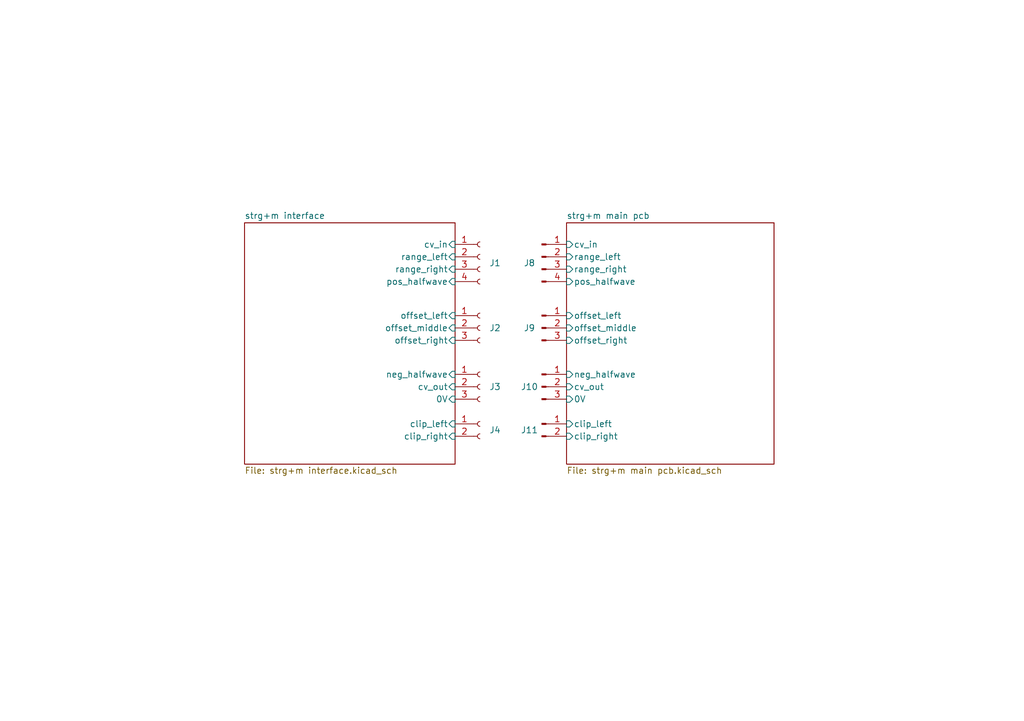
<source format=kicad_sch>
(kicad_sch (version 20211123) (generator eeschema)
  (paper "A5")
  (title_block (title "strg+m") (date "2022-02-22") (rev "0.0.2") (company "CV modifying Eurorack module") (comment 1 "Offset, Range and Clipping"))
  (lib_symbols
    (symbol "Connector:Conn_01x02_Female" (pin_names (offset 1.016) hide)
      (property "Reference" "J" (at 0 2.54 0))
      (property "Value" "Conn_01x02_Female" (at 0 -5.08 0))
      (symbol "Conn_01x02_Female_1_1"
        (arc (start 0 -2.032) (mid -0.508 -2.54) (end 0 -3.048) (stroke (width 0.1524)))
        (polyline (pts (xy -1.27 -2.54) (xy -0.508 -2.54)) (stroke (width 0.1524)))
        (polyline (pts (xy -1.27 0) (xy -0.508 0)) (stroke (width 0.1524)))
        (arc (start 0 0.508) (mid -0.508 0) (end 0 -0.508) (stroke (width 0.1524)))
        (pin passive line (at -5.08 0 0) (length 3.81) (name "Pin_1") (number "1"))
        (pin passive line (at -5.08 -2.54 0) (length 3.81) (name "Pin_2") (number "2"))
      )
    )
    (symbol "Connector:Conn_01x02_Male" (pin_names (offset 1.016) hide)
      (property "Reference" "J" (at 0 2.54 0))
      (property "Value" "Conn_01x02_Male" (at 0 -5.08 0))
      (symbol "Conn_01x02_Male_1_1"
        (polyline (pts (xy 1.27 -2.54) (xy 0.8636 -2.54)) (stroke (width 0.1524)))
        (polyline (pts (xy 1.27 0) (xy 0.8636 0)) (stroke (width 0.1524)))
        (rectangle (start 0.8636 -2.413) (end 0 -2.667) (stroke (width 0.1524)) (fill (type outline)))
        (rectangle (start 0.8636 0.127) (end 0 -0.127) (stroke (width 0.1524)) (fill (type outline)))
        (pin passive line (at 5.08 0 180) (length 3.81) (name "Pin_1") (number "1"))
        (pin passive line (at 5.08 -2.54 180) (length 3.81) (name "Pin_2") (number "2"))
      )
    )
    (symbol "Connector:Conn_01x03_Female" (pin_names (offset 1.016) hide)
      (property "Reference" "J" (at 0 5.08 0))
      (property "Value" "Conn_01x03_Female" (at 0 -5.08 0))
      (symbol "Conn_01x03_Female_1_1"
        (arc (start 0 -2.032) (mid -0.508 -2.54) (end 0 -3.048) (stroke (width 0.1524)))
        (polyline (pts (xy -1.27 -2.54) (xy -0.508 -2.54)) (stroke (width 0.1524)))
        (polyline (pts (xy -1.27 0) (xy -0.508 0)) (stroke (width 0.1524)))
        (polyline (pts (xy -1.27 2.54) (xy -0.508 2.54)) (stroke (width 0.1524)))
        (arc (start 0 0.508) (mid -0.508 0) (end 0 -0.508) (stroke (width 0.1524)))
        (arc (start 0 3.048) (mid -0.508 2.54) (end 0 2.032) (stroke (width 0.1524)))
        (pin passive line (at -5.08 2.54 0) (length 3.81) (name "Pin_1") (number "1"))
        (pin passive line (at -5.08 0 0) (length 3.81) (name "Pin_2") (number "2"))
        (pin passive line (at -5.08 -2.54 0) (length 3.81) (name "Pin_3") (number "3"))
      )
    )
    (symbol "Connector:Conn_01x03_Male" (pin_names (offset 1.016) hide)
      (property "Reference" "J" (at 0 5.08 0))
      (property "Value" "Conn_01x03_Male" (at 0 -5.08 0))
      (symbol "Conn_01x03_Male_1_1"
        (polyline (pts (xy 1.27 -2.54) (xy 0.8636 -2.54)) (stroke (width 0.1524)))
        (polyline (pts (xy 1.27 0) (xy 0.8636 0)) (stroke (width 0.1524)))
        (polyline (pts (xy 1.27 2.54) (xy 0.8636 2.54)) (stroke (width 0.1524)))
        (rectangle (start 0.8636 -2.413) (end 0 -2.667) (stroke (width 0.1524)) (fill (type outline)))
        (rectangle (start 0.8636 0.127) (end 0 -0.127) (stroke (width 0.1524)) (fill (type outline)))
        (rectangle (start 0.8636 2.667) (end 0 2.413) (stroke (width 0.1524)) (fill (type outline)))
        (pin passive line (at 5.08 2.54 180) (length 3.81) (name "Pin_1") (number "1"))
        (pin passive line (at 5.08 0 180) (length 3.81) (name "Pin_2") (number "2"))
        (pin passive line (at 5.08 -2.54 180) (length 3.81) (name "Pin_3") (number "3"))
      )
    )
    (symbol "Connector:Conn_01x04_Female" (pin_names (offset 1.016) hide)
      (property "Reference" "J" (at 0 5.08 0))
      (property "Value" "Conn_01x04_Female" (at 0 -7.62 0))
      (symbol "Conn_01x04_Female_1_1"
        (arc (start 0 -4.572) (mid -0.508 -5.08) (end 0 -5.588) (stroke (width 0.1524)))
        (arc (start 0 -2.032) (mid -0.508 -2.54) (end 0 -3.048) (stroke (width 0.1524)))
        (polyline (pts (xy -1.27 -5.08) (xy -0.508 -5.08)) (stroke (width 0.1524)))
        (polyline (pts (xy -1.27 -2.54) (xy -0.508 -2.54)) (stroke (width 0.1524)))
        (polyline (pts (xy -1.27 0) (xy -0.508 0)) (stroke (width 0.1524)))
        (polyline (pts (xy -1.27 2.54) (xy -0.508 2.54)) (stroke (width 0.1524)))
        (arc (start 0 0.508) (mid -0.508 0) (end 0 -0.508) (stroke (width 0.1524)))
        (arc (start 0 3.048) (mid -0.508 2.54) (end 0 2.032) (stroke (width 0.1524)))
        (pin passive line (at -5.08 2.54 0) (length 3.81) (name "Pin_1") (number "1"))
        (pin passive line (at -5.08 0 0) (length 3.81) (name "Pin_2") (number "2"))
        (pin passive line (at -5.08 -2.54 0) (length 3.81) (name "Pin_3") (number "3"))
        (pin passive line (at -5.08 -5.08 0) (length 3.81) (name "Pin_4") (number "4"))
      )
    )
    (symbol "Connector:Conn_01x04_Male" (pin_names (offset 1.016) hide)
      (property "Reference" "J" (at 0 5.08 0))
      (property "Value" "Conn_01x04_Male" (at 0 -7.62 0))
      (symbol "Conn_01x04_Male_1_1"
        (polyline (pts (xy 1.27 -5.08) (xy 0.8636 -5.08)) (stroke (width 0.1524)))
        (polyline (pts (xy 1.27 -2.54) (xy 0.8636 -2.54)) (stroke (width 0.1524)))
        (polyline (pts (xy 1.27 0) (xy 0.8636 0)) (stroke (width 0.1524)))
        (polyline (pts (xy 1.27 2.54) (xy 0.8636 2.54)) (stroke (width 0.1524)))
        (rectangle (start 0.8636 -4.953) (end 0 -5.207) (stroke (width 0.1524)) (fill (type outline)))
        (rectangle (start 0.8636 -2.413) (end 0 -2.667) (stroke (width 0.1524)) (fill (type outline)))
        (rectangle (start 0.8636 0.127) (end 0 -0.127) (stroke (width 0.1524)) (fill (type outline)))
        (rectangle (start 0.8636 2.667) (end 0 2.413) (stroke (width 0.1524)) (fill (type outline)))
        (pin passive line (at 5.08 2.54 180) (length 3.81) (name "Pin_1") (number "1"))
        (pin passive line (at 5.08 0 180) (length 3.81) (name "Pin_2") (number "2"))
        (pin passive line (at 5.08 -2.54 180) (length 3.81) (name "Pin_3") (number "3"))
        (pin passive line (at 5.08 -5.08 180) (length 3.81) (name "Pin_4") (number "4"))
      )
    )
  )
  (symbol (lib_id "Connector:Conn_01x03_Male") (at 111.125 67.31 0) (unit 1)
    (property "Reference" "J9" (at 108.585 67.31 0))
    (property "Value" "Conn_01x03_Male" (effects hide))
    (property "Footprint" "Connector_PinSocket_2.54mm:PinSocket_1x03_P2.54mm_Vertical" (effects hide))
  )
  (symbol (lib_id "Connector:Conn_01x02_Male") (at 111.125 86.995 0) (unit 1)
    (property "Reference" "J11" (at 108.585 88.265 0))
    (property "Value" "Conn_01x02_Male" (effects hide))
    (property "Footprint" "Connector_PinSocket_2.54mm:PinSocket_1x02_P2.54mm_Vertical" (effects hide))
  )
  (symbol (lib_id "Connector:Conn_01x03_Male") (at 111.125 79.375 0) (unit 1)
    (property "Reference" "J10" (at 108.585 79.375 0))
    (property "Value" "Conn_01x03_Male" (effects hide))
    (property "Footprint" "Connector_PinSocket_2.54mm:PinSocket_1x03_P2.54mm_Vertical" (effects hide))
  )
  (symbol (lib_id "Connector:Conn_01x04_Male") (at 111.125 52.705 0) (unit 1)
    (property "Reference" "J8" (at 108.585 53.975 0))
    (property "Value" "Conn_01x04_Male" (effects hide))
    (property "Footprint" "Connector_PinSocket_2.54mm:PinSocket_1x04_P2.54mm_Vertical" (effects hide))
  )
  (symbol (lib_id "Connector:Conn_01x03_Female") (at 98.425 67.31 0) (unit 1)
    (property "Reference" "J2" (at 100.33 67.3099 0) (effects (justify left)))
    (property "Value" "Conn_01x03_Female" (effects hide))
    (property "Footprint" "Connector_PinHeader_2.54mm:PinHeader_1x03_P2.54mm_Vertical" (effects hide))
  )
  (symbol (lib_id "Connector:Conn_01x02_Female") (at 98.425 86.995 0) (unit 1)
    (property "Reference" "J4" (at 100.33 88.2649 0) (effects (justify left)))
    (property "Value" "Conn_01x02_Female" (effects hide))
    (property "Footprint" "Connector_PinHeader_2.54mm:PinHeader_1x02_P2.54mm_Vertical" (effects hide))
  )
  (symbol (lib_id "Connector:Conn_01x03_Female") (at 98.425 79.375 0) (unit 1)
    (property "Reference" "J3" (at 100.33 79.3749 0) (effects (justify left)))
    (property "Value" "Conn_01x03_Female" (effects hide))
    (property "Footprint" "Connector_PinHeader_2.54mm:PinHeader_1x03_P2.54mm_Vertical" (effects hide))
  )
  (symbol (lib_id "Connector:Conn_01x04_Female") (at 98.425 52.705 0) (unit 1)
    (property "Reference" "J1" (at 100.33 53.975 0) (effects (justify left)))
    (property "Value" "Conn_01x04_Female" (effects hide))
    (property "Footprint" "Connector_PinHeader_2.54mm:PinHeader_1x04_P2.54mm_Vertical" (effects hide))
  )
  (sheet (at 116.205 45.72) (size 42.545 49.53) (stroke (width 0.1524))
    (property "Sheet name" "strg+m main pcb" (at 116.205 45.0084 0) (effects (justify left bottom)))
    (property "Sheet file" "strg+m main pcb.kicad_sch" (at 116.205 95.8346 0) (effects (justify left top)))
    (pin "clip_left" input (at 116.205 86.995 180))
    (pin "clip_right" input (at 116.205 89.535 180))
    (pin "cv_out" input (at 116.205 79.375 180))
    (pin "cv_in" input (at 116.205 50.165 180))
    (pin "offset_left" input (at 116.205 64.77 180))
    (pin "range_left" input (at 116.205 52.705 180))
    (pin "range_right" input (at 116.205 55.245 180))
    (pin "offset_middle" input (at 116.205 67.31 180))
    (pin "offset_right" input (at 116.205 69.85 180))
    (pin "0V" input (at 116.205 81.915 180))
    (pin "pos_halfwave" input (at 116.205 57.785 180))
    (pin "neg_halfwave" input (at 116.205 76.835 180))
  )
  (sheet (at 50.165 45.72) (size 43.18 49.53) (stroke (width 0.1524))
    (property "Sheet name" "strg+m interface" (at 50.165 45.0084 0) (effects (justify left bottom)))
    (property "Sheet file" "strg+m interface.kicad_sch" (at 50.165 95.8346 0) (effects (justify left top)))
    (pin "offset_right" input (at 93.345 69.85 0))
    (pin "range_left" input (at 93.345 52.705 0))
    (pin "offset_left" input (at 93.345 64.77 0))
    (pin "range_right" input (at 93.345 55.245 0))
    (pin "cv_in" input (at 93.345 50.165 0))
    (pin "cv_out" input (at 93.345 79.375 0))
    (pin "offset_middle" input (at 93.345 67.31 0))
    (pin "clip_right" input (at 93.345 89.535 0))
    (pin "clip_left" input (at 93.345 86.995 0))
    (pin "0V" input (at 93.345 81.915 0))
    (pin "neg_halfwave" input (at 93.345 76.835 0))
    (pin "pos_halfwave" input (at 93.345 57.785 0))
  )
)
</source>
